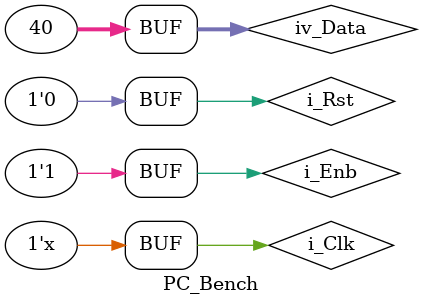
<source format=v>
module PC_Bench();

	reg i_Clk;
	reg i_Rst;
	reg i_Enb;
	reg [31:0] iv_Data;
	wire [31:0] ov_Data;

PC PC (
	.i_Clk (i_Clk),
	.i_Rst (i_Rst),
	.i_Enb (i_Enb),
	.iv_Data (iv_Data),
	.ov_Data (ov_Data)
);


initial
begin
	i_Clk = 0;
	i_Rst = 1;
	i_Enb = 1;
	iv_Data = 0;
	#100;
	i_Rst = 0;
	#100
	repeat(2)
	begin
		repeat(10)
		begin
			iv_Data = iv_Data +1;
			#100;
		end
		
		i_Enb = ~i_Enb;//Prueba Enable
		
		repeat(10)
		begin
			iv_Data = iv_Data +1;
			#100;
		end
		
	end

	
	
end


always
begin
	i_Clk = ~i_Clk;
	#20;
end 

endmodule 
</source>
